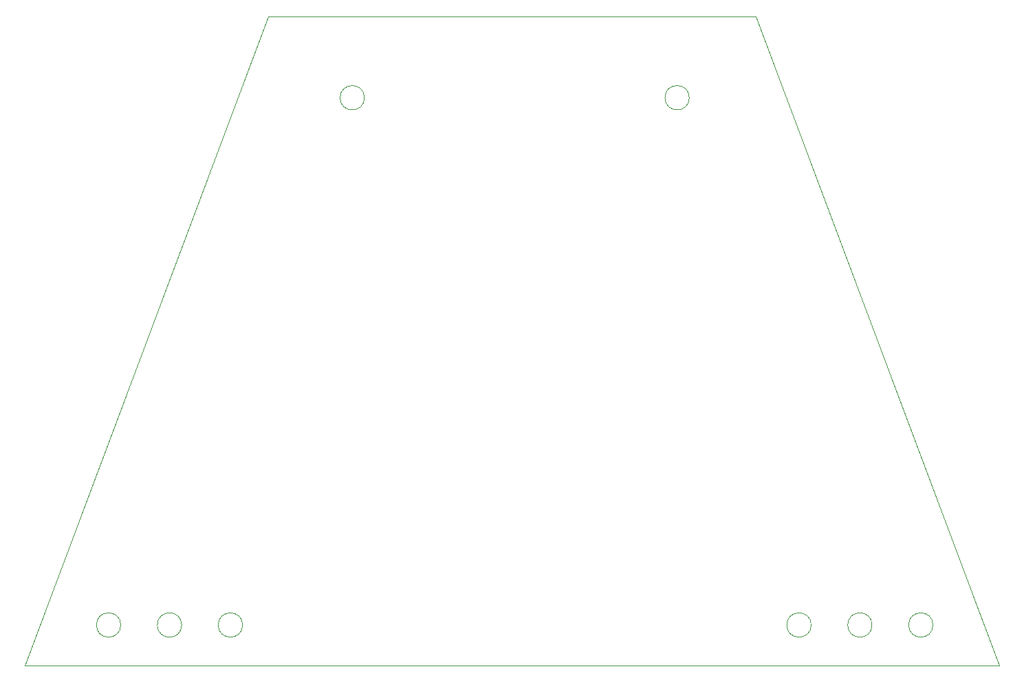
<source format=gbr>
%TF.GenerationSoftware,KiCad,Pcbnew,9.0.7-9.0.7~ubuntu24.04.1*%
%TF.CreationDate,2026-01-21T00:26:08+01:00*%
%TF.ProjectId,SILVER,53494c56-4552-42e6-9b69-6361645f7063,rev?*%
%TF.SameCoordinates,Original*%
%TF.FileFunction,Profile,NP*%
%FSLAX46Y46*%
G04 Gerber Fmt 4.6, Leading zero omitted, Abs format (unit mm)*
G04 Created by KiCad (PCBNEW 9.0.7-9.0.7~ubuntu24.04.1) date 2026-01-21 00:26:08*
%MOMM*%
%LPD*%
G01*
G04 APERTURE LIST*
%TA.AperFunction,Profile*%
%ADD10C,0.050000*%
%TD*%
G04 APERTURE END LIST*
D10*
X244000000Y-145000000D02*
G75*
G02*
X241000000Y-145000000I-1500000J0D01*
G01*
X241000000Y-145000000D02*
G75*
G02*
X244000000Y-145000000I1500000J0D01*
G01*
X181500000Y-80000000D02*
G75*
G02*
X178500000Y-80000000I-1500000J0D01*
G01*
X178500000Y-80000000D02*
G75*
G02*
X181500000Y-80000000I1500000J0D01*
G01*
X251500000Y-145000000D02*
G75*
G02*
X248500000Y-145000000I-1500000J0D01*
G01*
X248500000Y-145000000D02*
G75*
G02*
X251500000Y-145000000I1500000J0D01*
G01*
X166500000Y-145000000D02*
G75*
G02*
X163500000Y-145000000I-1500000J0D01*
G01*
X163500000Y-145000000D02*
G75*
G02*
X166500000Y-145000000I1500000J0D01*
G01*
X236500000Y-145000000D02*
G75*
G02*
X233500000Y-145000000I-1500000J0D01*
G01*
X233500000Y-145000000D02*
G75*
G02*
X236500000Y-145000000I1500000J0D01*
G01*
X151500000Y-145000000D02*
G75*
G02*
X148500000Y-145000000I-1500000J0D01*
G01*
X148500000Y-145000000D02*
G75*
G02*
X151500000Y-145000000I1500000J0D01*
G01*
X159000000Y-145000000D02*
G75*
G02*
X156000000Y-145000000I-1500000J0D01*
G01*
X156000000Y-145000000D02*
G75*
G02*
X159000000Y-145000000I1500000J0D01*
G01*
X259662408Y-150000000D02*
X139662408Y-150000000D01*
X169662408Y-70000000D01*
X229662408Y-70000000D01*
X259662408Y-150000000D01*
X221500000Y-80000000D02*
G75*
G02*
X218500000Y-80000000I-1500000J0D01*
G01*
X218500000Y-80000000D02*
G75*
G02*
X221500000Y-80000000I1500000J0D01*
G01*
M02*

</source>
